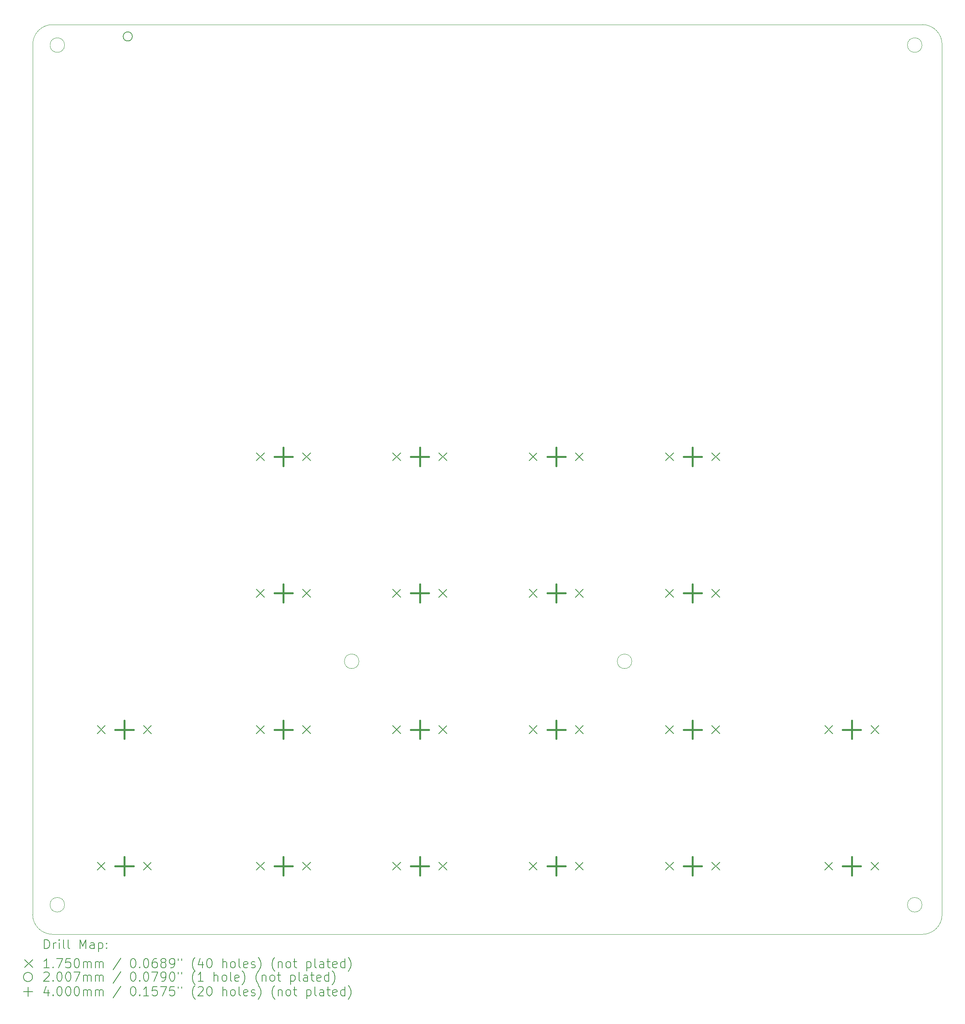
<source format=gbr>
%TF.GenerationSoftware,KiCad,Pcbnew,8.0.5*%
%TF.CreationDate,2024-10-23T12:55:36-04:00*%
%TF.ProjectId,FULL BOARD,46554c4c-2042-44f4-9152-442e6b696361,rev?*%
%TF.SameCoordinates,Original*%
%TF.FileFunction,Drillmap*%
%TF.FilePolarity,Positive*%
%FSLAX45Y45*%
G04 Gerber Fmt 4.5, Leading zero omitted, Abs format (unit mm)*
G04 Created by KiCad (PCBNEW 8.0.5) date 2024-10-23 12:55:36*
%MOMM*%
%LPD*%
G01*
G04 APERTURE LIST*
%ADD10C,0.050000*%
%ADD11C,0.200000*%
%ADD12C,0.175000*%
%ADD13C,0.200660*%
%ADD14C,0.400000*%
G04 APERTURE END LIST*
D10*
X6860746Y-4877057D02*
G75*
G02*
X7293076Y-4450029I434575J-7608D01*
G01*
X26434207Y-4449498D02*
G75*
G02*
X26861242Y-4881828I-7608J-434582D01*
G01*
X7285000Y-24447983D02*
G75*
G02*
X6857976Y-24015653I7610J434573D01*
G01*
X20037160Y-18448140D02*
G75*
G02*
X19717160Y-18448140I-160000J0D01*
G01*
X19717160Y-18448140D02*
G75*
G02*
X20037160Y-18448140I160000J0D01*
G01*
X26420000Y-4900000D02*
G75*
G02*
X26100000Y-4900000I-160000J0D01*
G01*
X26100000Y-4900000D02*
G75*
G02*
X26420000Y-4900000I160000J0D01*
G01*
X6857971Y-24015653D02*
X6860746Y-4877057D01*
X7560000Y-23800000D02*
G75*
G02*
X7240000Y-23800000I-160000J0D01*
G01*
X7240000Y-23800000D02*
G75*
G02*
X7560000Y-23800000I160000J0D01*
G01*
X26861236Y-24023268D02*
G75*
G02*
X26428906Y-24450297I-434576J7608D01*
G01*
X26861236Y-4881828D02*
X26861236Y-24023268D01*
X7293076Y-4450028D02*
X26434207Y-4449498D01*
X26428906Y-24450297D02*
X7285000Y-24447983D01*
X26420000Y-23800000D02*
G75*
G02*
X26100000Y-23800000I-160000J0D01*
G01*
X26100000Y-23800000D02*
G75*
G02*
X26420000Y-23800000I160000J0D01*
G01*
X7560000Y-4900000D02*
G75*
G02*
X7240000Y-4900000I-160000J0D01*
G01*
X7240000Y-4900000D02*
G75*
G02*
X7560000Y-4900000I160000J0D01*
G01*
X14035160Y-18447140D02*
G75*
G02*
X13715160Y-18447140I-160000J0D01*
G01*
X13715160Y-18447140D02*
G75*
G02*
X14035160Y-18447140I160000J0D01*
G01*
D11*
D12*
X8279900Y-19861640D02*
X8454900Y-20036640D01*
X8454900Y-19861640D02*
X8279900Y-20036640D01*
X8279900Y-22861640D02*
X8454900Y-23036640D01*
X8454900Y-22861640D02*
X8279900Y-23036640D01*
X9295900Y-19861640D02*
X9470900Y-20036640D01*
X9470900Y-19861640D02*
X9295900Y-20036640D01*
X9295900Y-22861640D02*
X9470900Y-23036640D01*
X9470900Y-22861640D02*
X9295900Y-23036640D01*
X11779900Y-13861640D02*
X11954900Y-14036640D01*
X11954900Y-13861640D02*
X11779900Y-14036640D01*
X11779900Y-16861640D02*
X11954900Y-17036640D01*
X11954900Y-16861640D02*
X11779900Y-17036640D01*
X11779900Y-19861640D02*
X11954900Y-20036640D01*
X11954900Y-19861640D02*
X11779900Y-20036640D01*
X11779900Y-22861640D02*
X11954900Y-23036640D01*
X11954900Y-22861640D02*
X11779900Y-23036640D01*
X12795900Y-13861640D02*
X12970900Y-14036640D01*
X12970900Y-13861640D02*
X12795900Y-14036640D01*
X12795900Y-16861640D02*
X12970900Y-17036640D01*
X12970900Y-16861640D02*
X12795900Y-17036640D01*
X12795900Y-19861640D02*
X12970900Y-20036640D01*
X12970900Y-19861640D02*
X12795900Y-20036640D01*
X12795900Y-22861640D02*
X12970900Y-23036640D01*
X12970900Y-22861640D02*
X12795900Y-23036640D01*
X14779900Y-13861640D02*
X14954900Y-14036640D01*
X14954900Y-13861640D02*
X14779900Y-14036640D01*
X14779900Y-16861640D02*
X14954900Y-17036640D01*
X14954900Y-16861640D02*
X14779900Y-17036640D01*
X14779900Y-19861640D02*
X14954900Y-20036640D01*
X14954900Y-19861640D02*
X14779900Y-20036640D01*
X14779900Y-22861640D02*
X14954900Y-23036640D01*
X14954900Y-22861640D02*
X14779900Y-23036640D01*
X15795900Y-13861640D02*
X15970900Y-14036640D01*
X15970900Y-13861640D02*
X15795900Y-14036640D01*
X15795900Y-16861640D02*
X15970900Y-17036640D01*
X15970900Y-16861640D02*
X15795900Y-17036640D01*
X15795900Y-19861640D02*
X15970900Y-20036640D01*
X15970900Y-19861640D02*
X15795900Y-20036640D01*
X15795900Y-22861640D02*
X15970900Y-23036640D01*
X15970900Y-22861640D02*
X15795900Y-23036640D01*
X17779900Y-13861640D02*
X17954900Y-14036640D01*
X17954900Y-13861640D02*
X17779900Y-14036640D01*
X17779900Y-16861640D02*
X17954900Y-17036640D01*
X17954900Y-16861640D02*
X17779900Y-17036640D01*
X17779900Y-19861640D02*
X17954900Y-20036640D01*
X17954900Y-19861640D02*
X17779900Y-20036640D01*
X17779900Y-22861640D02*
X17954900Y-23036640D01*
X17954900Y-22861640D02*
X17779900Y-23036640D01*
X18795900Y-13861640D02*
X18970900Y-14036640D01*
X18970900Y-13861640D02*
X18795900Y-14036640D01*
X18795900Y-16861640D02*
X18970900Y-17036640D01*
X18970900Y-16861640D02*
X18795900Y-17036640D01*
X18795900Y-19861640D02*
X18970900Y-20036640D01*
X18970900Y-19861640D02*
X18795900Y-20036640D01*
X18795900Y-22861640D02*
X18970900Y-23036640D01*
X18970900Y-22861640D02*
X18795900Y-23036640D01*
X20779900Y-13861640D02*
X20954900Y-14036640D01*
X20954900Y-13861640D02*
X20779900Y-14036640D01*
X20779900Y-16861640D02*
X20954900Y-17036640D01*
X20954900Y-16861640D02*
X20779900Y-17036640D01*
X20779900Y-19861640D02*
X20954900Y-20036640D01*
X20954900Y-19861640D02*
X20779900Y-20036640D01*
X20779900Y-22861640D02*
X20954900Y-23036640D01*
X20954900Y-22861640D02*
X20779900Y-23036640D01*
X21795900Y-13861640D02*
X21970900Y-14036640D01*
X21970900Y-13861640D02*
X21795900Y-14036640D01*
X21795900Y-16861640D02*
X21970900Y-17036640D01*
X21970900Y-16861640D02*
X21795900Y-17036640D01*
X21795900Y-19861640D02*
X21970900Y-20036640D01*
X21970900Y-19861640D02*
X21795900Y-20036640D01*
X21795900Y-22861640D02*
X21970900Y-23036640D01*
X21970900Y-22861640D02*
X21795900Y-23036640D01*
X24279900Y-19861640D02*
X24454900Y-20036640D01*
X24454900Y-19861640D02*
X24279900Y-20036640D01*
X24279900Y-22861640D02*
X24454900Y-23036640D01*
X24454900Y-22861640D02*
X24279900Y-23036640D01*
X25295900Y-19861640D02*
X25470900Y-20036640D01*
X25470900Y-19861640D02*
X25295900Y-20036640D01*
X25295900Y-22861640D02*
X25470900Y-23036640D01*
X25470900Y-22861640D02*
X25295900Y-23036640D01*
D13*
X9050330Y-4710000D02*
G75*
G02*
X8849670Y-4710000I-100330J0D01*
G01*
X8849670Y-4710000D02*
G75*
G02*
X9050330Y-4710000I100330J0D01*
G01*
D14*
X8875400Y-19749140D02*
X8875400Y-20149140D01*
X8675400Y-19949140D02*
X9075400Y-19949140D01*
X8875400Y-22749140D02*
X8875400Y-23149140D01*
X8675400Y-22949140D02*
X9075400Y-22949140D01*
X12375400Y-13749140D02*
X12375400Y-14149140D01*
X12175400Y-13949140D02*
X12575400Y-13949140D01*
X12375400Y-16749140D02*
X12375400Y-17149140D01*
X12175400Y-16949140D02*
X12575400Y-16949140D01*
X12375400Y-19749140D02*
X12375400Y-20149140D01*
X12175400Y-19949140D02*
X12575400Y-19949140D01*
X12375400Y-22749140D02*
X12375400Y-23149140D01*
X12175400Y-22949140D02*
X12575400Y-22949140D01*
X15375400Y-13749140D02*
X15375400Y-14149140D01*
X15175400Y-13949140D02*
X15575400Y-13949140D01*
X15375400Y-16749140D02*
X15375400Y-17149140D01*
X15175400Y-16949140D02*
X15575400Y-16949140D01*
X15375400Y-19749140D02*
X15375400Y-20149140D01*
X15175400Y-19949140D02*
X15575400Y-19949140D01*
X15375400Y-22749140D02*
X15375400Y-23149140D01*
X15175400Y-22949140D02*
X15575400Y-22949140D01*
X18375400Y-13749140D02*
X18375400Y-14149140D01*
X18175400Y-13949140D02*
X18575400Y-13949140D01*
X18375400Y-16749140D02*
X18375400Y-17149140D01*
X18175400Y-16949140D02*
X18575400Y-16949140D01*
X18375400Y-19749140D02*
X18375400Y-20149140D01*
X18175400Y-19949140D02*
X18575400Y-19949140D01*
X18375400Y-22749140D02*
X18375400Y-23149140D01*
X18175400Y-22949140D02*
X18575400Y-22949140D01*
X21375400Y-13749140D02*
X21375400Y-14149140D01*
X21175400Y-13949140D02*
X21575400Y-13949140D01*
X21375400Y-16749140D02*
X21375400Y-17149140D01*
X21175400Y-16949140D02*
X21575400Y-16949140D01*
X21375400Y-19749140D02*
X21375400Y-20149140D01*
X21175400Y-19949140D02*
X21575400Y-19949140D01*
X21375400Y-22749140D02*
X21375400Y-23149140D01*
X21175400Y-22949140D02*
X21575400Y-22949140D01*
X24875400Y-19749140D02*
X24875400Y-20149140D01*
X24675400Y-19949140D02*
X25075400Y-19949140D01*
X24875400Y-22749140D02*
X24875400Y-23149140D01*
X24675400Y-22949140D02*
X25075400Y-22949140D01*
D11*
X7116248Y-24764281D02*
X7116248Y-24564281D01*
X7116248Y-24564281D02*
X7163867Y-24564281D01*
X7163867Y-24564281D02*
X7192439Y-24573805D01*
X7192439Y-24573805D02*
X7211486Y-24592852D01*
X7211486Y-24592852D02*
X7221010Y-24611900D01*
X7221010Y-24611900D02*
X7230534Y-24649995D01*
X7230534Y-24649995D02*
X7230534Y-24678566D01*
X7230534Y-24678566D02*
X7221010Y-24716662D01*
X7221010Y-24716662D02*
X7211486Y-24735709D01*
X7211486Y-24735709D02*
X7192439Y-24754757D01*
X7192439Y-24754757D02*
X7163867Y-24764281D01*
X7163867Y-24764281D02*
X7116248Y-24764281D01*
X7316248Y-24764281D02*
X7316248Y-24630947D01*
X7316248Y-24669043D02*
X7325772Y-24649995D01*
X7325772Y-24649995D02*
X7335296Y-24640471D01*
X7335296Y-24640471D02*
X7354343Y-24630947D01*
X7354343Y-24630947D02*
X7373391Y-24630947D01*
X7440058Y-24764281D02*
X7440058Y-24630947D01*
X7440058Y-24564281D02*
X7430534Y-24573805D01*
X7430534Y-24573805D02*
X7440058Y-24583328D01*
X7440058Y-24583328D02*
X7449581Y-24573805D01*
X7449581Y-24573805D02*
X7440058Y-24564281D01*
X7440058Y-24564281D02*
X7440058Y-24583328D01*
X7563867Y-24764281D02*
X7544820Y-24754757D01*
X7544820Y-24754757D02*
X7535296Y-24735709D01*
X7535296Y-24735709D02*
X7535296Y-24564281D01*
X7668629Y-24764281D02*
X7649581Y-24754757D01*
X7649581Y-24754757D02*
X7640058Y-24735709D01*
X7640058Y-24735709D02*
X7640058Y-24564281D01*
X7897201Y-24764281D02*
X7897201Y-24564281D01*
X7897201Y-24564281D02*
X7963867Y-24707138D01*
X7963867Y-24707138D02*
X8030534Y-24564281D01*
X8030534Y-24564281D02*
X8030534Y-24764281D01*
X8211486Y-24764281D02*
X8211486Y-24659519D01*
X8211486Y-24659519D02*
X8201962Y-24640471D01*
X8201962Y-24640471D02*
X8182915Y-24630947D01*
X8182915Y-24630947D02*
X8144820Y-24630947D01*
X8144820Y-24630947D02*
X8125772Y-24640471D01*
X8211486Y-24754757D02*
X8192439Y-24764281D01*
X8192439Y-24764281D02*
X8144820Y-24764281D01*
X8144820Y-24764281D02*
X8125772Y-24754757D01*
X8125772Y-24754757D02*
X8116248Y-24735709D01*
X8116248Y-24735709D02*
X8116248Y-24716662D01*
X8116248Y-24716662D02*
X8125772Y-24697614D01*
X8125772Y-24697614D02*
X8144820Y-24688090D01*
X8144820Y-24688090D02*
X8192439Y-24688090D01*
X8192439Y-24688090D02*
X8211486Y-24678566D01*
X8306724Y-24630947D02*
X8306724Y-24830947D01*
X8306724Y-24640471D02*
X8325772Y-24630947D01*
X8325772Y-24630947D02*
X8363867Y-24630947D01*
X8363867Y-24630947D02*
X8382915Y-24640471D01*
X8382915Y-24640471D02*
X8392439Y-24649995D01*
X8392439Y-24649995D02*
X8401963Y-24669043D01*
X8401963Y-24669043D02*
X8401963Y-24726185D01*
X8401963Y-24726185D02*
X8392439Y-24745233D01*
X8392439Y-24745233D02*
X8382915Y-24754757D01*
X8382915Y-24754757D02*
X8363867Y-24764281D01*
X8363867Y-24764281D02*
X8325772Y-24764281D01*
X8325772Y-24764281D02*
X8306724Y-24754757D01*
X8487677Y-24745233D02*
X8497201Y-24754757D01*
X8497201Y-24754757D02*
X8487677Y-24764281D01*
X8487677Y-24764281D02*
X8478153Y-24754757D01*
X8478153Y-24754757D02*
X8487677Y-24745233D01*
X8487677Y-24745233D02*
X8487677Y-24764281D01*
X8487677Y-24640471D02*
X8497201Y-24649995D01*
X8497201Y-24649995D02*
X8487677Y-24659519D01*
X8487677Y-24659519D02*
X8478153Y-24649995D01*
X8478153Y-24649995D02*
X8487677Y-24640471D01*
X8487677Y-24640471D02*
X8487677Y-24659519D01*
D12*
X6680471Y-25005297D02*
X6855471Y-25180297D01*
X6855471Y-25005297D02*
X6680471Y-25180297D01*
D11*
X7221010Y-25184281D02*
X7106724Y-25184281D01*
X7163867Y-25184281D02*
X7163867Y-24984281D01*
X7163867Y-24984281D02*
X7144820Y-25012852D01*
X7144820Y-25012852D02*
X7125772Y-25031900D01*
X7125772Y-25031900D02*
X7106724Y-25041424D01*
X7306724Y-25165233D02*
X7316248Y-25174757D01*
X7316248Y-25174757D02*
X7306724Y-25184281D01*
X7306724Y-25184281D02*
X7297201Y-25174757D01*
X7297201Y-25174757D02*
X7306724Y-25165233D01*
X7306724Y-25165233D02*
X7306724Y-25184281D01*
X7382915Y-24984281D02*
X7516248Y-24984281D01*
X7516248Y-24984281D02*
X7430534Y-25184281D01*
X7687677Y-24984281D02*
X7592439Y-24984281D01*
X7592439Y-24984281D02*
X7582915Y-25079519D01*
X7582915Y-25079519D02*
X7592439Y-25069995D01*
X7592439Y-25069995D02*
X7611486Y-25060471D01*
X7611486Y-25060471D02*
X7659105Y-25060471D01*
X7659105Y-25060471D02*
X7678153Y-25069995D01*
X7678153Y-25069995D02*
X7687677Y-25079519D01*
X7687677Y-25079519D02*
X7697201Y-25098566D01*
X7697201Y-25098566D02*
X7697201Y-25146185D01*
X7697201Y-25146185D02*
X7687677Y-25165233D01*
X7687677Y-25165233D02*
X7678153Y-25174757D01*
X7678153Y-25174757D02*
X7659105Y-25184281D01*
X7659105Y-25184281D02*
X7611486Y-25184281D01*
X7611486Y-25184281D02*
X7592439Y-25174757D01*
X7592439Y-25174757D02*
X7582915Y-25165233D01*
X7821010Y-24984281D02*
X7840058Y-24984281D01*
X7840058Y-24984281D02*
X7859105Y-24993805D01*
X7859105Y-24993805D02*
X7868629Y-25003328D01*
X7868629Y-25003328D02*
X7878153Y-25022376D01*
X7878153Y-25022376D02*
X7887677Y-25060471D01*
X7887677Y-25060471D02*
X7887677Y-25108090D01*
X7887677Y-25108090D02*
X7878153Y-25146185D01*
X7878153Y-25146185D02*
X7868629Y-25165233D01*
X7868629Y-25165233D02*
X7859105Y-25174757D01*
X7859105Y-25174757D02*
X7840058Y-25184281D01*
X7840058Y-25184281D02*
X7821010Y-25184281D01*
X7821010Y-25184281D02*
X7801962Y-25174757D01*
X7801962Y-25174757D02*
X7792439Y-25165233D01*
X7792439Y-25165233D02*
X7782915Y-25146185D01*
X7782915Y-25146185D02*
X7773391Y-25108090D01*
X7773391Y-25108090D02*
X7773391Y-25060471D01*
X7773391Y-25060471D02*
X7782915Y-25022376D01*
X7782915Y-25022376D02*
X7792439Y-25003328D01*
X7792439Y-25003328D02*
X7801962Y-24993805D01*
X7801962Y-24993805D02*
X7821010Y-24984281D01*
X7973391Y-25184281D02*
X7973391Y-25050947D01*
X7973391Y-25069995D02*
X7982915Y-25060471D01*
X7982915Y-25060471D02*
X8001962Y-25050947D01*
X8001962Y-25050947D02*
X8030534Y-25050947D01*
X8030534Y-25050947D02*
X8049582Y-25060471D01*
X8049582Y-25060471D02*
X8059105Y-25079519D01*
X8059105Y-25079519D02*
X8059105Y-25184281D01*
X8059105Y-25079519D02*
X8068629Y-25060471D01*
X8068629Y-25060471D02*
X8087677Y-25050947D01*
X8087677Y-25050947D02*
X8116248Y-25050947D01*
X8116248Y-25050947D02*
X8135296Y-25060471D01*
X8135296Y-25060471D02*
X8144820Y-25079519D01*
X8144820Y-25079519D02*
X8144820Y-25184281D01*
X8240058Y-25184281D02*
X8240058Y-25050947D01*
X8240058Y-25069995D02*
X8249582Y-25060471D01*
X8249582Y-25060471D02*
X8268629Y-25050947D01*
X8268629Y-25050947D02*
X8297201Y-25050947D01*
X8297201Y-25050947D02*
X8316248Y-25060471D01*
X8316248Y-25060471D02*
X8325772Y-25079519D01*
X8325772Y-25079519D02*
X8325772Y-25184281D01*
X8325772Y-25079519D02*
X8335296Y-25060471D01*
X8335296Y-25060471D02*
X8354343Y-25050947D01*
X8354343Y-25050947D02*
X8382915Y-25050947D01*
X8382915Y-25050947D02*
X8401963Y-25060471D01*
X8401963Y-25060471D02*
X8411486Y-25079519D01*
X8411486Y-25079519D02*
X8411486Y-25184281D01*
X8801963Y-24974757D02*
X8630534Y-25231900D01*
X9059106Y-24984281D02*
X9078153Y-24984281D01*
X9078153Y-24984281D02*
X9097201Y-24993805D01*
X9097201Y-24993805D02*
X9106725Y-25003328D01*
X9106725Y-25003328D02*
X9116248Y-25022376D01*
X9116248Y-25022376D02*
X9125772Y-25060471D01*
X9125772Y-25060471D02*
X9125772Y-25108090D01*
X9125772Y-25108090D02*
X9116248Y-25146185D01*
X9116248Y-25146185D02*
X9106725Y-25165233D01*
X9106725Y-25165233D02*
X9097201Y-25174757D01*
X9097201Y-25174757D02*
X9078153Y-25184281D01*
X9078153Y-25184281D02*
X9059106Y-25184281D01*
X9059106Y-25184281D02*
X9040058Y-25174757D01*
X9040058Y-25174757D02*
X9030534Y-25165233D01*
X9030534Y-25165233D02*
X9021010Y-25146185D01*
X9021010Y-25146185D02*
X9011487Y-25108090D01*
X9011487Y-25108090D02*
X9011487Y-25060471D01*
X9011487Y-25060471D02*
X9021010Y-25022376D01*
X9021010Y-25022376D02*
X9030534Y-25003328D01*
X9030534Y-25003328D02*
X9040058Y-24993805D01*
X9040058Y-24993805D02*
X9059106Y-24984281D01*
X9211487Y-25165233D02*
X9221010Y-25174757D01*
X9221010Y-25174757D02*
X9211487Y-25184281D01*
X9211487Y-25184281D02*
X9201963Y-25174757D01*
X9201963Y-25174757D02*
X9211487Y-25165233D01*
X9211487Y-25165233D02*
X9211487Y-25184281D01*
X9344820Y-24984281D02*
X9363868Y-24984281D01*
X9363868Y-24984281D02*
X9382915Y-24993805D01*
X9382915Y-24993805D02*
X9392439Y-25003328D01*
X9392439Y-25003328D02*
X9401963Y-25022376D01*
X9401963Y-25022376D02*
X9411487Y-25060471D01*
X9411487Y-25060471D02*
X9411487Y-25108090D01*
X9411487Y-25108090D02*
X9401963Y-25146185D01*
X9401963Y-25146185D02*
X9392439Y-25165233D01*
X9392439Y-25165233D02*
X9382915Y-25174757D01*
X9382915Y-25174757D02*
X9363868Y-25184281D01*
X9363868Y-25184281D02*
X9344820Y-25184281D01*
X9344820Y-25184281D02*
X9325772Y-25174757D01*
X9325772Y-25174757D02*
X9316248Y-25165233D01*
X9316248Y-25165233D02*
X9306725Y-25146185D01*
X9306725Y-25146185D02*
X9297201Y-25108090D01*
X9297201Y-25108090D02*
X9297201Y-25060471D01*
X9297201Y-25060471D02*
X9306725Y-25022376D01*
X9306725Y-25022376D02*
X9316248Y-25003328D01*
X9316248Y-25003328D02*
X9325772Y-24993805D01*
X9325772Y-24993805D02*
X9344820Y-24984281D01*
X9582915Y-24984281D02*
X9544820Y-24984281D01*
X9544820Y-24984281D02*
X9525772Y-24993805D01*
X9525772Y-24993805D02*
X9516248Y-25003328D01*
X9516248Y-25003328D02*
X9497201Y-25031900D01*
X9497201Y-25031900D02*
X9487677Y-25069995D01*
X9487677Y-25069995D02*
X9487677Y-25146185D01*
X9487677Y-25146185D02*
X9497201Y-25165233D01*
X9497201Y-25165233D02*
X9506725Y-25174757D01*
X9506725Y-25174757D02*
X9525772Y-25184281D01*
X9525772Y-25184281D02*
X9563868Y-25184281D01*
X9563868Y-25184281D02*
X9582915Y-25174757D01*
X9582915Y-25174757D02*
X9592439Y-25165233D01*
X9592439Y-25165233D02*
X9601963Y-25146185D01*
X9601963Y-25146185D02*
X9601963Y-25098566D01*
X9601963Y-25098566D02*
X9592439Y-25079519D01*
X9592439Y-25079519D02*
X9582915Y-25069995D01*
X9582915Y-25069995D02*
X9563868Y-25060471D01*
X9563868Y-25060471D02*
X9525772Y-25060471D01*
X9525772Y-25060471D02*
X9506725Y-25069995D01*
X9506725Y-25069995D02*
X9497201Y-25079519D01*
X9497201Y-25079519D02*
X9487677Y-25098566D01*
X9716248Y-25069995D02*
X9697201Y-25060471D01*
X9697201Y-25060471D02*
X9687677Y-25050947D01*
X9687677Y-25050947D02*
X9678153Y-25031900D01*
X9678153Y-25031900D02*
X9678153Y-25022376D01*
X9678153Y-25022376D02*
X9687677Y-25003328D01*
X9687677Y-25003328D02*
X9697201Y-24993805D01*
X9697201Y-24993805D02*
X9716248Y-24984281D01*
X9716248Y-24984281D02*
X9754344Y-24984281D01*
X9754344Y-24984281D02*
X9773391Y-24993805D01*
X9773391Y-24993805D02*
X9782915Y-25003328D01*
X9782915Y-25003328D02*
X9792439Y-25022376D01*
X9792439Y-25022376D02*
X9792439Y-25031900D01*
X9792439Y-25031900D02*
X9782915Y-25050947D01*
X9782915Y-25050947D02*
X9773391Y-25060471D01*
X9773391Y-25060471D02*
X9754344Y-25069995D01*
X9754344Y-25069995D02*
X9716248Y-25069995D01*
X9716248Y-25069995D02*
X9697201Y-25079519D01*
X9697201Y-25079519D02*
X9687677Y-25089043D01*
X9687677Y-25089043D02*
X9678153Y-25108090D01*
X9678153Y-25108090D02*
X9678153Y-25146185D01*
X9678153Y-25146185D02*
X9687677Y-25165233D01*
X9687677Y-25165233D02*
X9697201Y-25174757D01*
X9697201Y-25174757D02*
X9716248Y-25184281D01*
X9716248Y-25184281D02*
X9754344Y-25184281D01*
X9754344Y-25184281D02*
X9773391Y-25174757D01*
X9773391Y-25174757D02*
X9782915Y-25165233D01*
X9782915Y-25165233D02*
X9792439Y-25146185D01*
X9792439Y-25146185D02*
X9792439Y-25108090D01*
X9792439Y-25108090D02*
X9782915Y-25089043D01*
X9782915Y-25089043D02*
X9773391Y-25079519D01*
X9773391Y-25079519D02*
X9754344Y-25069995D01*
X9887677Y-25184281D02*
X9925772Y-25184281D01*
X9925772Y-25184281D02*
X9944820Y-25174757D01*
X9944820Y-25174757D02*
X9954344Y-25165233D01*
X9954344Y-25165233D02*
X9973391Y-25136662D01*
X9973391Y-25136662D02*
X9982915Y-25098566D01*
X9982915Y-25098566D02*
X9982915Y-25022376D01*
X9982915Y-25022376D02*
X9973391Y-25003328D01*
X9973391Y-25003328D02*
X9963868Y-24993805D01*
X9963868Y-24993805D02*
X9944820Y-24984281D01*
X9944820Y-24984281D02*
X9906725Y-24984281D01*
X9906725Y-24984281D02*
X9887677Y-24993805D01*
X9887677Y-24993805D02*
X9878153Y-25003328D01*
X9878153Y-25003328D02*
X9868629Y-25022376D01*
X9868629Y-25022376D02*
X9868629Y-25069995D01*
X9868629Y-25069995D02*
X9878153Y-25089043D01*
X9878153Y-25089043D02*
X9887677Y-25098566D01*
X9887677Y-25098566D02*
X9906725Y-25108090D01*
X9906725Y-25108090D02*
X9944820Y-25108090D01*
X9944820Y-25108090D02*
X9963868Y-25098566D01*
X9963868Y-25098566D02*
X9973391Y-25089043D01*
X9973391Y-25089043D02*
X9982915Y-25069995D01*
X10059106Y-24984281D02*
X10059106Y-25022376D01*
X10135296Y-24984281D02*
X10135296Y-25022376D01*
X10430534Y-25260471D02*
X10421010Y-25250947D01*
X10421010Y-25250947D02*
X10401963Y-25222376D01*
X10401963Y-25222376D02*
X10392439Y-25203328D01*
X10392439Y-25203328D02*
X10382915Y-25174757D01*
X10382915Y-25174757D02*
X10373391Y-25127138D01*
X10373391Y-25127138D02*
X10373391Y-25089043D01*
X10373391Y-25089043D02*
X10382915Y-25041424D01*
X10382915Y-25041424D02*
X10392439Y-25012852D01*
X10392439Y-25012852D02*
X10401963Y-24993805D01*
X10401963Y-24993805D02*
X10421010Y-24965233D01*
X10421010Y-24965233D02*
X10430534Y-24955709D01*
X10592439Y-25050947D02*
X10592439Y-25184281D01*
X10544820Y-24974757D02*
X10497201Y-25117614D01*
X10497201Y-25117614D02*
X10621010Y-25117614D01*
X10735296Y-24984281D02*
X10754344Y-24984281D01*
X10754344Y-24984281D02*
X10773391Y-24993805D01*
X10773391Y-24993805D02*
X10782915Y-25003328D01*
X10782915Y-25003328D02*
X10792439Y-25022376D01*
X10792439Y-25022376D02*
X10801963Y-25060471D01*
X10801963Y-25060471D02*
X10801963Y-25108090D01*
X10801963Y-25108090D02*
X10792439Y-25146185D01*
X10792439Y-25146185D02*
X10782915Y-25165233D01*
X10782915Y-25165233D02*
X10773391Y-25174757D01*
X10773391Y-25174757D02*
X10754344Y-25184281D01*
X10754344Y-25184281D02*
X10735296Y-25184281D01*
X10735296Y-25184281D02*
X10716249Y-25174757D01*
X10716249Y-25174757D02*
X10706725Y-25165233D01*
X10706725Y-25165233D02*
X10697201Y-25146185D01*
X10697201Y-25146185D02*
X10687677Y-25108090D01*
X10687677Y-25108090D02*
X10687677Y-25060471D01*
X10687677Y-25060471D02*
X10697201Y-25022376D01*
X10697201Y-25022376D02*
X10706725Y-25003328D01*
X10706725Y-25003328D02*
X10716249Y-24993805D01*
X10716249Y-24993805D02*
X10735296Y-24984281D01*
X11040058Y-25184281D02*
X11040058Y-24984281D01*
X11125772Y-25184281D02*
X11125772Y-25079519D01*
X11125772Y-25079519D02*
X11116249Y-25060471D01*
X11116249Y-25060471D02*
X11097201Y-25050947D01*
X11097201Y-25050947D02*
X11068630Y-25050947D01*
X11068630Y-25050947D02*
X11049582Y-25060471D01*
X11049582Y-25060471D02*
X11040058Y-25069995D01*
X11249582Y-25184281D02*
X11230534Y-25174757D01*
X11230534Y-25174757D02*
X11221010Y-25165233D01*
X11221010Y-25165233D02*
X11211487Y-25146185D01*
X11211487Y-25146185D02*
X11211487Y-25089043D01*
X11211487Y-25089043D02*
X11221010Y-25069995D01*
X11221010Y-25069995D02*
X11230534Y-25060471D01*
X11230534Y-25060471D02*
X11249582Y-25050947D01*
X11249582Y-25050947D02*
X11278153Y-25050947D01*
X11278153Y-25050947D02*
X11297201Y-25060471D01*
X11297201Y-25060471D02*
X11306725Y-25069995D01*
X11306725Y-25069995D02*
X11316249Y-25089043D01*
X11316249Y-25089043D02*
X11316249Y-25146185D01*
X11316249Y-25146185D02*
X11306725Y-25165233D01*
X11306725Y-25165233D02*
X11297201Y-25174757D01*
X11297201Y-25174757D02*
X11278153Y-25184281D01*
X11278153Y-25184281D02*
X11249582Y-25184281D01*
X11430534Y-25184281D02*
X11411487Y-25174757D01*
X11411487Y-25174757D02*
X11401963Y-25155709D01*
X11401963Y-25155709D02*
X11401963Y-24984281D01*
X11582915Y-25174757D02*
X11563868Y-25184281D01*
X11563868Y-25184281D02*
X11525772Y-25184281D01*
X11525772Y-25184281D02*
X11506725Y-25174757D01*
X11506725Y-25174757D02*
X11497201Y-25155709D01*
X11497201Y-25155709D02*
X11497201Y-25079519D01*
X11497201Y-25079519D02*
X11506725Y-25060471D01*
X11506725Y-25060471D02*
X11525772Y-25050947D01*
X11525772Y-25050947D02*
X11563868Y-25050947D01*
X11563868Y-25050947D02*
X11582915Y-25060471D01*
X11582915Y-25060471D02*
X11592439Y-25079519D01*
X11592439Y-25079519D02*
X11592439Y-25098566D01*
X11592439Y-25098566D02*
X11497201Y-25117614D01*
X11668630Y-25174757D02*
X11687677Y-25184281D01*
X11687677Y-25184281D02*
X11725772Y-25184281D01*
X11725772Y-25184281D02*
X11744820Y-25174757D01*
X11744820Y-25174757D02*
X11754344Y-25155709D01*
X11754344Y-25155709D02*
X11754344Y-25146185D01*
X11754344Y-25146185D02*
X11744820Y-25127138D01*
X11744820Y-25127138D02*
X11725772Y-25117614D01*
X11725772Y-25117614D02*
X11697201Y-25117614D01*
X11697201Y-25117614D02*
X11678153Y-25108090D01*
X11678153Y-25108090D02*
X11668630Y-25089043D01*
X11668630Y-25089043D02*
X11668630Y-25079519D01*
X11668630Y-25079519D02*
X11678153Y-25060471D01*
X11678153Y-25060471D02*
X11697201Y-25050947D01*
X11697201Y-25050947D02*
X11725772Y-25050947D01*
X11725772Y-25050947D02*
X11744820Y-25060471D01*
X11821011Y-25260471D02*
X11830534Y-25250947D01*
X11830534Y-25250947D02*
X11849582Y-25222376D01*
X11849582Y-25222376D02*
X11859106Y-25203328D01*
X11859106Y-25203328D02*
X11868630Y-25174757D01*
X11868630Y-25174757D02*
X11878153Y-25127138D01*
X11878153Y-25127138D02*
X11878153Y-25089043D01*
X11878153Y-25089043D02*
X11868630Y-25041424D01*
X11868630Y-25041424D02*
X11859106Y-25012852D01*
X11859106Y-25012852D02*
X11849582Y-24993805D01*
X11849582Y-24993805D02*
X11830534Y-24965233D01*
X11830534Y-24965233D02*
X11821011Y-24955709D01*
X12182915Y-25260471D02*
X12173391Y-25250947D01*
X12173391Y-25250947D02*
X12154344Y-25222376D01*
X12154344Y-25222376D02*
X12144820Y-25203328D01*
X12144820Y-25203328D02*
X12135296Y-25174757D01*
X12135296Y-25174757D02*
X12125772Y-25127138D01*
X12125772Y-25127138D02*
X12125772Y-25089043D01*
X12125772Y-25089043D02*
X12135296Y-25041424D01*
X12135296Y-25041424D02*
X12144820Y-25012852D01*
X12144820Y-25012852D02*
X12154344Y-24993805D01*
X12154344Y-24993805D02*
X12173391Y-24965233D01*
X12173391Y-24965233D02*
X12182915Y-24955709D01*
X12259106Y-25050947D02*
X12259106Y-25184281D01*
X12259106Y-25069995D02*
X12268630Y-25060471D01*
X12268630Y-25060471D02*
X12287677Y-25050947D01*
X12287677Y-25050947D02*
X12316249Y-25050947D01*
X12316249Y-25050947D02*
X12335296Y-25060471D01*
X12335296Y-25060471D02*
X12344820Y-25079519D01*
X12344820Y-25079519D02*
X12344820Y-25184281D01*
X12468630Y-25184281D02*
X12449582Y-25174757D01*
X12449582Y-25174757D02*
X12440058Y-25165233D01*
X12440058Y-25165233D02*
X12430534Y-25146185D01*
X12430534Y-25146185D02*
X12430534Y-25089043D01*
X12430534Y-25089043D02*
X12440058Y-25069995D01*
X12440058Y-25069995D02*
X12449582Y-25060471D01*
X12449582Y-25060471D02*
X12468630Y-25050947D01*
X12468630Y-25050947D02*
X12497201Y-25050947D01*
X12497201Y-25050947D02*
X12516249Y-25060471D01*
X12516249Y-25060471D02*
X12525772Y-25069995D01*
X12525772Y-25069995D02*
X12535296Y-25089043D01*
X12535296Y-25089043D02*
X12535296Y-25146185D01*
X12535296Y-25146185D02*
X12525772Y-25165233D01*
X12525772Y-25165233D02*
X12516249Y-25174757D01*
X12516249Y-25174757D02*
X12497201Y-25184281D01*
X12497201Y-25184281D02*
X12468630Y-25184281D01*
X12592439Y-25050947D02*
X12668630Y-25050947D01*
X12621011Y-24984281D02*
X12621011Y-25155709D01*
X12621011Y-25155709D02*
X12630534Y-25174757D01*
X12630534Y-25174757D02*
X12649582Y-25184281D01*
X12649582Y-25184281D02*
X12668630Y-25184281D01*
X12887677Y-25050947D02*
X12887677Y-25250947D01*
X12887677Y-25060471D02*
X12906725Y-25050947D01*
X12906725Y-25050947D02*
X12944820Y-25050947D01*
X12944820Y-25050947D02*
X12963868Y-25060471D01*
X12963868Y-25060471D02*
X12973392Y-25069995D01*
X12973392Y-25069995D02*
X12982915Y-25089043D01*
X12982915Y-25089043D02*
X12982915Y-25146185D01*
X12982915Y-25146185D02*
X12973392Y-25165233D01*
X12973392Y-25165233D02*
X12963868Y-25174757D01*
X12963868Y-25174757D02*
X12944820Y-25184281D01*
X12944820Y-25184281D02*
X12906725Y-25184281D01*
X12906725Y-25184281D02*
X12887677Y-25174757D01*
X13097201Y-25184281D02*
X13078153Y-25174757D01*
X13078153Y-25174757D02*
X13068630Y-25155709D01*
X13068630Y-25155709D02*
X13068630Y-24984281D01*
X13259106Y-25184281D02*
X13259106Y-25079519D01*
X13259106Y-25079519D02*
X13249582Y-25060471D01*
X13249582Y-25060471D02*
X13230534Y-25050947D01*
X13230534Y-25050947D02*
X13192439Y-25050947D01*
X13192439Y-25050947D02*
X13173392Y-25060471D01*
X13259106Y-25174757D02*
X13240058Y-25184281D01*
X13240058Y-25184281D02*
X13192439Y-25184281D01*
X13192439Y-25184281D02*
X13173392Y-25174757D01*
X13173392Y-25174757D02*
X13163868Y-25155709D01*
X13163868Y-25155709D02*
X13163868Y-25136662D01*
X13163868Y-25136662D02*
X13173392Y-25117614D01*
X13173392Y-25117614D02*
X13192439Y-25108090D01*
X13192439Y-25108090D02*
X13240058Y-25108090D01*
X13240058Y-25108090D02*
X13259106Y-25098566D01*
X13325773Y-25050947D02*
X13401963Y-25050947D01*
X13354344Y-24984281D02*
X13354344Y-25155709D01*
X13354344Y-25155709D02*
X13363868Y-25174757D01*
X13363868Y-25174757D02*
X13382915Y-25184281D01*
X13382915Y-25184281D02*
X13401963Y-25184281D01*
X13544820Y-25174757D02*
X13525773Y-25184281D01*
X13525773Y-25184281D02*
X13487677Y-25184281D01*
X13487677Y-25184281D02*
X13468630Y-25174757D01*
X13468630Y-25174757D02*
X13459106Y-25155709D01*
X13459106Y-25155709D02*
X13459106Y-25079519D01*
X13459106Y-25079519D02*
X13468630Y-25060471D01*
X13468630Y-25060471D02*
X13487677Y-25050947D01*
X13487677Y-25050947D02*
X13525773Y-25050947D01*
X13525773Y-25050947D02*
X13544820Y-25060471D01*
X13544820Y-25060471D02*
X13554344Y-25079519D01*
X13554344Y-25079519D02*
X13554344Y-25098566D01*
X13554344Y-25098566D02*
X13459106Y-25117614D01*
X13725773Y-25184281D02*
X13725773Y-24984281D01*
X13725773Y-25174757D02*
X13706725Y-25184281D01*
X13706725Y-25184281D02*
X13668630Y-25184281D01*
X13668630Y-25184281D02*
X13649582Y-25174757D01*
X13649582Y-25174757D02*
X13640058Y-25165233D01*
X13640058Y-25165233D02*
X13630534Y-25146185D01*
X13630534Y-25146185D02*
X13630534Y-25089043D01*
X13630534Y-25089043D02*
X13640058Y-25069995D01*
X13640058Y-25069995D02*
X13649582Y-25060471D01*
X13649582Y-25060471D02*
X13668630Y-25050947D01*
X13668630Y-25050947D02*
X13706725Y-25050947D01*
X13706725Y-25050947D02*
X13725773Y-25060471D01*
X13801963Y-25260471D02*
X13811487Y-25250947D01*
X13811487Y-25250947D02*
X13830534Y-25222376D01*
X13830534Y-25222376D02*
X13840058Y-25203328D01*
X13840058Y-25203328D02*
X13849582Y-25174757D01*
X13849582Y-25174757D02*
X13859106Y-25127138D01*
X13859106Y-25127138D02*
X13859106Y-25089043D01*
X13859106Y-25089043D02*
X13849582Y-25041424D01*
X13849582Y-25041424D02*
X13840058Y-25012852D01*
X13840058Y-25012852D02*
X13830534Y-24993805D01*
X13830534Y-24993805D02*
X13811487Y-24965233D01*
X13811487Y-24965233D02*
X13801963Y-24955709D01*
X6855471Y-25387797D02*
G75*
G02*
X6655471Y-25387797I-100000J0D01*
G01*
X6655471Y-25387797D02*
G75*
G02*
X6855471Y-25387797I100000J0D01*
G01*
X7106724Y-25298328D02*
X7116248Y-25288805D01*
X7116248Y-25288805D02*
X7135296Y-25279281D01*
X7135296Y-25279281D02*
X7182915Y-25279281D01*
X7182915Y-25279281D02*
X7201962Y-25288805D01*
X7201962Y-25288805D02*
X7211486Y-25298328D01*
X7211486Y-25298328D02*
X7221010Y-25317376D01*
X7221010Y-25317376D02*
X7221010Y-25336424D01*
X7221010Y-25336424D02*
X7211486Y-25364995D01*
X7211486Y-25364995D02*
X7097201Y-25479281D01*
X7097201Y-25479281D02*
X7221010Y-25479281D01*
X7306724Y-25460233D02*
X7316248Y-25469757D01*
X7316248Y-25469757D02*
X7306724Y-25479281D01*
X7306724Y-25479281D02*
X7297201Y-25469757D01*
X7297201Y-25469757D02*
X7306724Y-25460233D01*
X7306724Y-25460233D02*
X7306724Y-25479281D01*
X7440058Y-25279281D02*
X7459105Y-25279281D01*
X7459105Y-25279281D02*
X7478153Y-25288805D01*
X7478153Y-25288805D02*
X7487677Y-25298328D01*
X7487677Y-25298328D02*
X7497201Y-25317376D01*
X7497201Y-25317376D02*
X7506724Y-25355471D01*
X7506724Y-25355471D02*
X7506724Y-25403090D01*
X7506724Y-25403090D02*
X7497201Y-25441185D01*
X7497201Y-25441185D02*
X7487677Y-25460233D01*
X7487677Y-25460233D02*
X7478153Y-25469757D01*
X7478153Y-25469757D02*
X7459105Y-25479281D01*
X7459105Y-25479281D02*
X7440058Y-25479281D01*
X7440058Y-25479281D02*
X7421010Y-25469757D01*
X7421010Y-25469757D02*
X7411486Y-25460233D01*
X7411486Y-25460233D02*
X7401962Y-25441185D01*
X7401962Y-25441185D02*
X7392439Y-25403090D01*
X7392439Y-25403090D02*
X7392439Y-25355471D01*
X7392439Y-25355471D02*
X7401962Y-25317376D01*
X7401962Y-25317376D02*
X7411486Y-25298328D01*
X7411486Y-25298328D02*
X7421010Y-25288805D01*
X7421010Y-25288805D02*
X7440058Y-25279281D01*
X7630534Y-25279281D02*
X7649582Y-25279281D01*
X7649582Y-25279281D02*
X7668629Y-25288805D01*
X7668629Y-25288805D02*
X7678153Y-25298328D01*
X7678153Y-25298328D02*
X7687677Y-25317376D01*
X7687677Y-25317376D02*
X7697201Y-25355471D01*
X7697201Y-25355471D02*
X7697201Y-25403090D01*
X7697201Y-25403090D02*
X7687677Y-25441185D01*
X7687677Y-25441185D02*
X7678153Y-25460233D01*
X7678153Y-25460233D02*
X7668629Y-25469757D01*
X7668629Y-25469757D02*
X7649582Y-25479281D01*
X7649582Y-25479281D02*
X7630534Y-25479281D01*
X7630534Y-25479281D02*
X7611486Y-25469757D01*
X7611486Y-25469757D02*
X7601962Y-25460233D01*
X7601962Y-25460233D02*
X7592439Y-25441185D01*
X7592439Y-25441185D02*
X7582915Y-25403090D01*
X7582915Y-25403090D02*
X7582915Y-25355471D01*
X7582915Y-25355471D02*
X7592439Y-25317376D01*
X7592439Y-25317376D02*
X7601962Y-25298328D01*
X7601962Y-25298328D02*
X7611486Y-25288805D01*
X7611486Y-25288805D02*
X7630534Y-25279281D01*
X7763867Y-25279281D02*
X7897201Y-25279281D01*
X7897201Y-25279281D02*
X7811486Y-25479281D01*
X7973391Y-25479281D02*
X7973391Y-25345947D01*
X7973391Y-25364995D02*
X7982915Y-25355471D01*
X7982915Y-25355471D02*
X8001962Y-25345947D01*
X8001962Y-25345947D02*
X8030534Y-25345947D01*
X8030534Y-25345947D02*
X8049582Y-25355471D01*
X8049582Y-25355471D02*
X8059105Y-25374519D01*
X8059105Y-25374519D02*
X8059105Y-25479281D01*
X8059105Y-25374519D02*
X8068629Y-25355471D01*
X8068629Y-25355471D02*
X8087677Y-25345947D01*
X8087677Y-25345947D02*
X8116248Y-25345947D01*
X8116248Y-25345947D02*
X8135296Y-25355471D01*
X8135296Y-25355471D02*
X8144820Y-25374519D01*
X8144820Y-25374519D02*
X8144820Y-25479281D01*
X8240058Y-25479281D02*
X8240058Y-25345947D01*
X8240058Y-25364995D02*
X8249582Y-25355471D01*
X8249582Y-25355471D02*
X8268629Y-25345947D01*
X8268629Y-25345947D02*
X8297201Y-25345947D01*
X8297201Y-25345947D02*
X8316248Y-25355471D01*
X8316248Y-25355471D02*
X8325772Y-25374519D01*
X8325772Y-25374519D02*
X8325772Y-25479281D01*
X8325772Y-25374519D02*
X8335296Y-25355471D01*
X8335296Y-25355471D02*
X8354343Y-25345947D01*
X8354343Y-25345947D02*
X8382915Y-25345947D01*
X8382915Y-25345947D02*
X8401963Y-25355471D01*
X8401963Y-25355471D02*
X8411486Y-25374519D01*
X8411486Y-25374519D02*
X8411486Y-25479281D01*
X8801963Y-25269757D02*
X8630534Y-25526900D01*
X9059106Y-25279281D02*
X9078153Y-25279281D01*
X9078153Y-25279281D02*
X9097201Y-25288805D01*
X9097201Y-25288805D02*
X9106725Y-25298328D01*
X9106725Y-25298328D02*
X9116248Y-25317376D01*
X9116248Y-25317376D02*
X9125772Y-25355471D01*
X9125772Y-25355471D02*
X9125772Y-25403090D01*
X9125772Y-25403090D02*
X9116248Y-25441185D01*
X9116248Y-25441185D02*
X9106725Y-25460233D01*
X9106725Y-25460233D02*
X9097201Y-25469757D01*
X9097201Y-25469757D02*
X9078153Y-25479281D01*
X9078153Y-25479281D02*
X9059106Y-25479281D01*
X9059106Y-25479281D02*
X9040058Y-25469757D01*
X9040058Y-25469757D02*
X9030534Y-25460233D01*
X9030534Y-25460233D02*
X9021010Y-25441185D01*
X9021010Y-25441185D02*
X9011487Y-25403090D01*
X9011487Y-25403090D02*
X9011487Y-25355471D01*
X9011487Y-25355471D02*
X9021010Y-25317376D01*
X9021010Y-25317376D02*
X9030534Y-25298328D01*
X9030534Y-25298328D02*
X9040058Y-25288805D01*
X9040058Y-25288805D02*
X9059106Y-25279281D01*
X9211487Y-25460233D02*
X9221010Y-25469757D01*
X9221010Y-25469757D02*
X9211487Y-25479281D01*
X9211487Y-25479281D02*
X9201963Y-25469757D01*
X9201963Y-25469757D02*
X9211487Y-25460233D01*
X9211487Y-25460233D02*
X9211487Y-25479281D01*
X9344820Y-25279281D02*
X9363868Y-25279281D01*
X9363868Y-25279281D02*
X9382915Y-25288805D01*
X9382915Y-25288805D02*
X9392439Y-25298328D01*
X9392439Y-25298328D02*
X9401963Y-25317376D01*
X9401963Y-25317376D02*
X9411487Y-25355471D01*
X9411487Y-25355471D02*
X9411487Y-25403090D01*
X9411487Y-25403090D02*
X9401963Y-25441185D01*
X9401963Y-25441185D02*
X9392439Y-25460233D01*
X9392439Y-25460233D02*
X9382915Y-25469757D01*
X9382915Y-25469757D02*
X9363868Y-25479281D01*
X9363868Y-25479281D02*
X9344820Y-25479281D01*
X9344820Y-25479281D02*
X9325772Y-25469757D01*
X9325772Y-25469757D02*
X9316248Y-25460233D01*
X9316248Y-25460233D02*
X9306725Y-25441185D01*
X9306725Y-25441185D02*
X9297201Y-25403090D01*
X9297201Y-25403090D02*
X9297201Y-25355471D01*
X9297201Y-25355471D02*
X9306725Y-25317376D01*
X9306725Y-25317376D02*
X9316248Y-25298328D01*
X9316248Y-25298328D02*
X9325772Y-25288805D01*
X9325772Y-25288805D02*
X9344820Y-25279281D01*
X9478153Y-25279281D02*
X9611487Y-25279281D01*
X9611487Y-25279281D02*
X9525772Y-25479281D01*
X9697201Y-25479281D02*
X9735296Y-25479281D01*
X9735296Y-25479281D02*
X9754344Y-25469757D01*
X9754344Y-25469757D02*
X9763868Y-25460233D01*
X9763868Y-25460233D02*
X9782915Y-25431662D01*
X9782915Y-25431662D02*
X9792439Y-25393566D01*
X9792439Y-25393566D02*
X9792439Y-25317376D01*
X9792439Y-25317376D02*
X9782915Y-25298328D01*
X9782915Y-25298328D02*
X9773391Y-25288805D01*
X9773391Y-25288805D02*
X9754344Y-25279281D01*
X9754344Y-25279281D02*
X9716248Y-25279281D01*
X9716248Y-25279281D02*
X9697201Y-25288805D01*
X9697201Y-25288805D02*
X9687677Y-25298328D01*
X9687677Y-25298328D02*
X9678153Y-25317376D01*
X9678153Y-25317376D02*
X9678153Y-25364995D01*
X9678153Y-25364995D02*
X9687677Y-25384043D01*
X9687677Y-25384043D02*
X9697201Y-25393566D01*
X9697201Y-25393566D02*
X9716248Y-25403090D01*
X9716248Y-25403090D02*
X9754344Y-25403090D01*
X9754344Y-25403090D02*
X9773391Y-25393566D01*
X9773391Y-25393566D02*
X9782915Y-25384043D01*
X9782915Y-25384043D02*
X9792439Y-25364995D01*
X9916248Y-25279281D02*
X9935296Y-25279281D01*
X9935296Y-25279281D02*
X9954344Y-25288805D01*
X9954344Y-25288805D02*
X9963868Y-25298328D01*
X9963868Y-25298328D02*
X9973391Y-25317376D01*
X9973391Y-25317376D02*
X9982915Y-25355471D01*
X9982915Y-25355471D02*
X9982915Y-25403090D01*
X9982915Y-25403090D02*
X9973391Y-25441185D01*
X9973391Y-25441185D02*
X9963868Y-25460233D01*
X9963868Y-25460233D02*
X9954344Y-25469757D01*
X9954344Y-25469757D02*
X9935296Y-25479281D01*
X9935296Y-25479281D02*
X9916248Y-25479281D01*
X9916248Y-25479281D02*
X9897201Y-25469757D01*
X9897201Y-25469757D02*
X9887677Y-25460233D01*
X9887677Y-25460233D02*
X9878153Y-25441185D01*
X9878153Y-25441185D02*
X9868629Y-25403090D01*
X9868629Y-25403090D02*
X9868629Y-25355471D01*
X9868629Y-25355471D02*
X9878153Y-25317376D01*
X9878153Y-25317376D02*
X9887677Y-25298328D01*
X9887677Y-25298328D02*
X9897201Y-25288805D01*
X9897201Y-25288805D02*
X9916248Y-25279281D01*
X10059106Y-25279281D02*
X10059106Y-25317376D01*
X10135296Y-25279281D02*
X10135296Y-25317376D01*
X10430534Y-25555471D02*
X10421010Y-25545947D01*
X10421010Y-25545947D02*
X10401963Y-25517376D01*
X10401963Y-25517376D02*
X10392439Y-25498328D01*
X10392439Y-25498328D02*
X10382915Y-25469757D01*
X10382915Y-25469757D02*
X10373391Y-25422138D01*
X10373391Y-25422138D02*
X10373391Y-25384043D01*
X10373391Y-25384043D02*
X10382915Y-25336424D01*
X10382915Y-25336424D02*
X10392439Y-25307852D01*
X10392439Y-25307852D02*
X10401963Y-25288805D01*
X10401963Y-25288805D02*
X10421010Y-25260233D01*
X10421010Y-25260233D02*
X10430534Y-25250709D01*
X10611487Y-25479281D02*
X10497201Y-25479281D01*
X10554344Y-25479281D02*
X10554344Y-25279281D01*
X10554344Y-25279281D02*
X10535296Y-25307852D01*
X10535296Y-25307852D02*
X10516249Y-25326900D01*
X10516249Y-25326900D02*
X10497201Y-25336424D01*
X10849582Y-25479281D02*
X10849582Y-25279281D01*
X10935296Y-25479281D02*
X10935296Y-25374519D01*
X10935296Y-25374519D02*
X10925772Y-25355471D01*
X10925772Y-25355471D02*
X10906725Y-25345947D01*
X10906725Y-25345947D02*
X10878153Y-25345947D01*
X10878153Y-25345947D02*
X10859106Y-25355471D01*
X10859106Y-25355471D02*
X10849582Y-25364995D01*
X11059106Y-25479281D02*
X11040058Y-25469757D01*
X11040058Y-25469757D02*
X11030534Y-25460233D01*
X11030534Y-25460233D02*
X11021011Y-25441185D01*
X11021011Y-25441185D02*
X11021011Y-25384043D01*
X11021011Y-25384043D02*
X11030534Y-25364995D01*
X11030534Y-25364995D02*
X11040058Y-25355471D01*
X11040058Y-25355471D02*
X11059106Y-25345947D01*
X11059106Y-25345947D02*
X11087677Y-25345947D01*
X11087677Y-25345947D02*
X11106725Y-25355471D01*
X11106725Y-25355471D02*
X11116249Y-25364995D01*
X11116249Y-25364995D02*
X11125772Y-25384043D01*
X11125772Y-25384043D02*
X11125772Y-25441185D01*
X11125772Y-25441185D02*
X11116249Y-25460233D01*
X11116249Y-25460233D02*
X11106725Y-25469757D01*
X11106725Y-25469757D02*
X11087677Y-25479281D01*
X11087677Y-25479281D02*
X11059106Y-25479281D01*
X11240058Y-25479281D02*
X11221010Y-25469757D01*
X11221010Y-25469757D02*
X11211487Y-25450709D01*
X11211487Y-25450709D02*
X11211487Y-25279281D01*
X11392439Y-25469757D02*
X11373391Y-25479281D01*
X11373391Y-25479281D02*
X11335296Y-25479281D01*
X11335296Y-25479281D02*
X11316249Y-25469757D01*
X11316249Y-25469757D02*
X11306725Y-25450709D01*
X11306725Y-25450709D02*
X11306725Y-25374519D01*
X11306725Y-25374519D02*
X11316249Y-25355471D01*
X11316249Y-25355471D02*
X11335296Y-25345947D01*
X11335296Y-25345947D02*
X11373391Y-25345947D01*
X11373391Y-25345947D02*
X11392439Y-25355471D01*
X11392439Y-25355471D02*
X11401963Y-25374519D01*
X11401963Y-25374519D02*
X11401963Y-25393566D01*
X11401963Y-25393566D02*
X11306725Y-25412614D01*
X11468630Y-25555471D02*
X11478153Y-25545947D01*
X11478153Y-25545947D02*
X11497201Y-25517376D01*
X11497201Y-25517376D02*
X11506725Y-25498328D01*
X11506725Y-25498328D02*
X11516249Y-25469757D01*
X11516249Y-25469757D02*
X11525772Y-25422138D01*
X11525772Y-25422138D02*
X11525772Y-25384043D01*
X11525772Y-25384043D02*
X11516249Y-25336424D01*
X11516249Y-25336424D02*
X11506725Y-25307852D01*
X11506725Y-25307852D02*
X11497201Y-25288805D01*
X11497201Y-25288805D02*
X11478153Y-25260233D01*
X11478153Y-25260233D02*
X11468630Y-25250709D01*
X11830534Y-25555471D02*
X11821010Y-25545947D01*
X11821010Y-25545947D02*
X11801963Y-25517376D01*
X11801963Y-25517376D02*
X11792439Y-25498328D01*
X11792439Y-25498328D02*
X11782915Y-25469757D01*
X11782915Y-25469757D02*
X11773391Y-25422138D01*
X11773391Y-25422138D02*
X11773391Y-25384043D01*
X11773391Y-25384043D02*
X11782915Y-25336424D01*
X11782915Y-25336424D02*
X11792439Y-25307852D01*
X11792439Y-25307852D02*
X11801963Y-25288805D01*
X11801963Y-25288805D02*
X11821010Y-25260233D01*
X11821010Y-25260233D02*
X11830534Y-25250709D01*
X11906725Y-25345947D02*
X11906725Y-25479281D01*
X11906725Y-25364995D02*
X11916249Y-25355471D01*
X11916249Y-25355471D02*
X11935296Y-25345947D01*
X11935296Y-25345947D02*
X11963868Y-25345947D01*
X11963868Y-25345947D02*
X11982915Y-25355471D01*
X11982915Y-25355471D02*
X11992439Y-25374519D01*
X11992439Y-25374519D02*
X11992439Y-25479281D01*
X12116249Y-25479281D02*
X12097201Y-25469757D01*
X12097201Y-25469757D02*
X12087677Y-25460233D01*
X12087677Y-25460233D02*
X12078153Y-25441185D01*
X12078153Y-25441185D02*
X12078153Y-25384043D01*
X12078153Y-25384043D02*
X12087677Y-25364995D01*
X12087677Y-25364995D02*
X12097201Y-25355471D01*
X12097201Y-25355471D02*
X12116249Y-25345947D01*
X12116249Y-25345947D02*
X12144820Y-25345947D01*
X12144820Y-25345947D02*
X12163868Y-25355471D01*
X12163868Y-25355471D02*
X12173391Y-25364995D01*
X12173391Y-25364995D02*
X12182915Y-25384043D01*
X12182915Y-25384043D02*
X12182915Y-25441185D01*
X12182915Y-25441185D02*
X12173391Y-25460233D01*
X12173391Y-25460233D02*
X12163868Y-25469757D01*
X12163868Y-25469757D02*
X12144820Y-25479281D01*
X12144820Y-25479281D02*
X12116249Y-25479281D01*
X12240058Y-25345947D02*
X12316249Y-25345947D01*
X12268630Y-25279281D02*
X12268630Y-25450709D01*
X12268630Y-25450709D02*
X12278153Y-25469757D01*
X12278153Y-25469757D02*
X12297201Y-25479281D01*
X12297201Y-25479281D02*
X12316249Y-25479281D01*
X12535296Y-25345947D02*
X12535296Y-25545947D01*
X12535296Y-25355471D02*
X12554344Y-25345947D01*
X12554344Y-25345947D02*
X12592439Y-25345947D01*
X12592439Y-25345947D02*
X12611487Y-25355471D01*
X12611487Y-25355471D02*
X12621011Y-25364995D01*
X12621011Y-25364995D02*
X12630534Y-25384043D01*
X12630534Y-25384043D02*
X12630534Y-25441185D01*
X12630534Y-25441185D02*
X12621011Y-25460233D01*
X12621011Y-25460233D02*
X12611487Y-25469757D01*
X12611487Y-25469757D02*
X12592439Y-25479281D01*
X12592439Y-25479281D02*
X12554344Y-25479281D01*
X12554344Y-25479281D02*
X12535296Y-25469757D01*
X12744820Y-25479281D02*
X12725772Y-25469757D01*
X12725772Y-25469757D02*
X12716249Y-25450709D01*
X12716249Y-25450709D02*
X12716249Y-25279281D01*
X12906725Y-25479281D02*
X12906725Y-25374519D01*
X12906725Y-25374519D02*
X12897201Y-25355471D01*
X12897201Y-25355471D02*
X12878153Y-25345947D01*
X12878153Y-25345947D02*
X12840058Y-25345947D01*
X12840058Y-25345947D02*
X12821011Y-25355471D01*
X12906725Y-25469757D02*
X12887677Y-25479281D01*
X12887677Y-25479281D02*
X12840058Y-25479281D01*
X12840058Y-25479281D02*
X12821011Y-25469757D01*
X12821011Y-25469757D02*
X12811487Y-25450709D01*
X12811487Y-25450709D02*
X12811487Y-25431662D01*
X12811487Y-25431662D02*
X12821011Y-25412614D01*
X12821011Y-25412614D02*
X12840058Y-25403090D01*
X12840058Y-25403090D02*
X12887677Y-25403090D01*
X12887677Y-25403090D02*
X12906725Y-25393566D01*
X12973392Y-25345947D02*
X13049582Y-25345947D01*
X13001963Y-25279281D02*
X13001963Y-25450709D01*
X13001963Y-25450709D02*
X13011487Y-25469757D01*
X13011487Y-25469757D02*
X13030534Y-25479281D01*
X13030534Y-25479281D02*
X13049582Y-25479281D01*
X13192439Y-25469757D02*
X13173392Y-25479281D01*
X13173392Y-25479281D02*
X13135296Y-25479281D01*
X13135296Y-25479281D02*
X13116249Y-25469757D01*
X13116249Y-25469757D02*
X13106725Y-25450709D01*
X13106725Y-25450709D02*
X13106725Y-25374519D01*
X13106725Y-25374519D02*
X13116249Y-25355471D01*
X13116249Y-25355471D02*
X13135296Y-25345947D01*
X13135296Y-25345947D02*
X13173392Y-25345947D01*
X13173392Y-25345947D02*
X13192439Y-25355471D01*
X13192439Y-25355471D02*
X13201963Y-25374519D01*
X13201963Y-25374519D02*
X13201963Y-25393566D01*
X13201963Y-25393566D02*
X13106725Y-25412614D01*
X13373392Y-25479281D02*
X13373392Y-25279281D01*
X13373392Y-25469757D02*
X13354344Y-25479281D01*
X13354344Y-25479281D02*
X13316249Y-25479281D01*
X13316249Y-25479281D02*
X13297201Y-25469757D01*
X13297201Y-25469757D02*
X13287677Y-25460233D01*
X13287677Y-25460233D02*
X13278153Y-25441185D01*
X13278153Y-25441185D02*
X13278153Y-25384043D01*
X13278153Y-25384043D02*
X13287677Y-25364995D01*
X13287677Y-25364995D02*
X13297201Y-25355471D01*
X13297201Y-25355471D02*
X13316249Y-25345947D01*
X13316249Y-25345947D02*
X13354344Y-25345947D01*
X13354344Y-25345947D02*
X13373392Y-25355471D01*
X13449582Y-25555471D02*
X13459106Y-25545947D01*
X13459106Y-25545947D02*
X13478153Y-25517376D01*
X13478153Y-25517376D02*
X13487677Y-25498328D01*
X13487677Y-25498328D02*
X13497201Y-25469757D01*
X13497201Y-25469757D02*
X13506725Y-25422138D01*
X13506725Y-25422138D02*
X13506725Y-25384043D01*
X13506725Y-25384043D02*
X13497201Y-25336424D01*
X13497201Y-25336424D02*
X13487677Y-25307852D01*
X13487677Y-25307852D02*
X13478153Y-25288805D01*
X13478153Y-25288805D02*
X13459106Y-25260233D01*
X13459106Y-25260233D02*
X13449582Y-25250709D01*
X6755471Y-25607797D02*
X6755471Y-25807797D01*
X6655471Y-25707797D02*
X6855471Y-25707797D01*
X7201962Y-25665947D02*
X7201962Y-25799281D01*
X7154343Y-25589757D02*
X7106724Y-25732614D01*
X7106724Y-25732614D02*
X7230534Y-25732614D01*
X7306724Y-25780233D02*
X7316248Y-25789757D01*
X7316248Y-25789757D02*
X7306724Y-25799281D01*
X7306724Y-25799281D02*
X7297201Y-25789757D01*
X7297201Y-25789757D02*
X7306724Y-25780233D01*
X7306724Y-25780233D02*
X7306724Y-25799281D01*
X7440058Y-25599281D02*
X7459105Y-25599281D01*
X7459105Y-25599281D02*
X7478153Y-25608805D01*
X7478153Y-25608805D02*
X7487677Y-25618328D01*
X7487677Y-25618328D02*
X7497201Y-25637376D01*
X7497201Y-25637376D02*
X7506724Y-25675471D01*
X7506724Y-25675471D02*
X7506724Y-25723090D01*
X7506724Y-25723090D02*
X7497201Y-25761185D01*
X7497201Y-25761185D02*
X7487677Y-25780233D01*
X7487677Y-25780233D02*
X7478153Y-25789757D01*
X7478153Y-25789757D02*
X7459105Y-25799281D01*
X7459105Y-25799281D02*
X7440058Y-25799281D01*
X7440058Y-25799281D02*
X7421010Y-25789757D01*
X7421010Y-25789757D02*
X7411486Y-25780233D01*
X7411486Y-25780233D02*
X7401962Y-25761185D01*
X7401962Y-25761185D02*
X7392439Y-25723090D01*
X7392439Y-25723090D02*
X7392439Y-25675471D01*
X7392439Y-25675471D02*
X7401962Y-25637376D01*
X7401962Y-25637376D02*
X7411486Y-25618328D01*
X7411486Y-25618328D02*
X7421010Y-25608805D01*
X7421010Y-25608805D02*
X7440058Y-25599281D01*
X7630534Y-25599281D02*
X7649582Y-25599281D01*
X7649582Y-25599281D02*
X7668629Y-25608805D01*
X7668629Y-25608805D02*
X7678153Y-25618328D01*
X7678153Y-25618328D02*
X7687677Y-25637376D01*
X7687677Y-25637376D02*
X7697201Y-25675471D01*
X7697201Y-25675471D02*
X7697201Y-25723090D01*
X7697201Y-25723090D02*
X7687677Y-25761185D01*
X7687677Y-25761185D02*
X7678153Y-25780233D01*
X7678153Y-25780233D02*
X7668629Y-25789757D01*
X7668629Y-25789757D02*
X7649582Y-25799281D01*
X7649582Y-25799281D02*
X7630534Y-25799281D01*
X7630534Y-25799281D02*
X7611486Y-25789757D01*
X7611486Y-25789757D02*
X7601962Y-25780233D01*
X7601962Y-25780233D02*
X7592439Y-25761185D01*
X7592439Y-25761185D02*
X7582915Y-25723090D01*
X7582915Y-25723090D02*
X7582915Y-25675471D01*
X7582915Y-25675471D02*
X7592439Y-25637376D01*
X7592439Y-25637376D02*
X7601962Y-25618328D01*
X7601962Y-25618328D02*
X7611486Y-25608805D01*
X7611486Y-25608805D02*
X7630534Y-25599281D01*
X7821010Y-25599281D02*
X7840058Y-25599281D01*
X7840058Y-25599281D02*
X7859105Y-25608805D01*
X7859105Y-25608805D02*
X7868629Y-25618328D01*
X7868629Y-25618328D02*
X7878153Y-25637376D01*
X7878153Y-25637376D02*
X7887677Y-25675471D01*
X7887677Y-25675471D02*
X7887677Y-25723090D01*
X7887677Y-25723090D02*
X7878153Y-25761185D01*
X7878153Y-25761185D02*
X7868629Y-25780233D01*
X7868629Y-25780233D02*
X7859105Y-25789757D01*
X7859105Y-25789757D02*
X7840058Y-25799281D01*
X7840058Y-25799281D02*
X7821010Y-25799281D01*
X7821010Y-25799281D02*
X7801962Y-25789757D01*
X7801962Y-25789757D02*
X7792439Y-25780233D01*
X7792439Y-25780233D02*
X7782915Y-25761185D01*
X7782915Y-25761185D02*
X7773391Y-25723090D01*
X7773391Y-25723090D02*
X7773391Y-25675471D01*
X7773391Y-25675471D02*
X7782915Y-25637376D01*
X7782915Y-25637376D02*
X7792439Y-25618328D01*
X7792439Y-25618328D02*
X7801962Y-25608805D01*
X7801962Y-25608805D02*
X7821010Y-25599281D01*
X7973391Y-25799281D02*
X7973391Y-25665947D01*
X7973391Y-25684995D02*
X7982915Y-25675471D01*
X7982915Y-25675471D02*
X8001962Y-25665947D01*
X8001962Y-25665947D02*
X8030534Y-25665947D01*
X8030534Y-25665947D02*
X8049582Y-25675471D01*
X8049582Y-25675471D02*
X8059105Y-25694519D01*
X8059105Y-25694519D02*
X8059105Y-25799281D01*
X8059105Y-25694519D02*
X8068629Y-25675471D01*
X8068629Y-25675471D02*
X8087677Y-25665947D01*
X8087677Y-25665947D02*
X8116248Y-25665947D01*
X8116248Y-25665947D02*
X8135296Y-25675471D01*
X8135296Y-25675471D02*
X8144820Y-25694519D01*
X8144820Y-25694519D02*
X8144820Y-25799281D01*
X8240058Y-25799281D02*
X8240058Y-25665947D01*
X8240058Y-25684995D02*
X8249582Y-25675471D01*
X8249582Y-25675471D02*
X8268629Y-25665947D01*
X8268629Y-25665947D02*
X8297201Y-25665947D01*
X8297201Y-25665947D02*
X8316248Y-25675471D01*
X8316248Y-25675471D02*
X8325772Y-25694519D01*
X8325772Y-25694519D02*
X8325772Y-25799281D01*
X8325772Y-25694519D02*
X8335296Y-25675471D01*
X8335296Y-25675471D02*
X8354343Y-25665947D01*
X8354343Y-25665947D02*
X8382915Y-25665947D01*
X8382915Y-25665947D02*
X8401963Y-25675471D01*
X8401963Y-25675471D02*
X8411486Y-25694519D01*
X8411486Y-25694519D02*
X8411486Y-25799281D01*
X8801963Y-25589757D02*
X8630534Y-25846900D01*
X9059106Y-25599281D02*
X9078153Y-25599281D01*
X9078153Y-25599281D02*
X9097201Y-25608805D01*
X9097201Y-25608805D02*
X9106725Y-25618328D01*
X9106725Y-25618328D02*
X9116248Y-25637376D01*
X9116248Y-25637376D02*
X9125772Y-25675471D01*
X9125772Y-25675471D02*
X9125772Y-25723090D01*
X9125772Y-25723090D02*
X9116248Y-25761185D01*
X9116248Y-25761185D02*
X9106725Y-25780233D01*
X9106725Y-25780233D02*
X9097201Y-25789757D01*
X9097201Y-25789757D02*
X9078153Y-25799281D01*
X9078153Y-25799281D02*
X9059106Y-25799281D01*
X9059106Y-25799281D02*
X9040058Y-25789757D01*
X9040058Y-25789757D02*
X9030534Y-25780233D01*
X9030534Y-25780233D02*
X9021010Y-25761185D01*
X9021010Y-25761185D02*
X9011487Y-25723090D01*
X9011487Y-25723090D02*
X9011487Y-25675471D01*
X9011487Y-25675471D02*
X9021010Y-25637376D01*
X9021010Y-25637376D02*
X9030534Y-25618328D01*
X9030534Y-25618328D02*
X9040058Y-25608805D01*
X9040058Y-25608805D02*
X9059106Y-25599281D01*
X9211487Y-25780233D02*
X9221010Y-25789757D01*
X9221010Y-25789757D02*
X9211487Y-25799281D01*
X9211487Y-25799281D02*
X9201963Y-25789757D01*
X9201963Y-25789757D02*
X9211487Y-25780233D01*
X9211487Y-25780233D02*
X9211487Y-25799281D01*
X9411487Y-25799281D02*
X9297201Y-25799281D01*
X9354344Y-25799281D02*
X9354344Y-25599281D01*
X9354344Y-25599281D02*
X9335296Y-25627852D01*
X9335296Y-25627852D02*
X9316248Y-25646900D01*
X9316248Y-25646900D02*
X9297201Y-25656424D01*
X9592439Y-25599281D02*
X9497201Y-25599281D01*
X9497201Y-25599281D02*
X9487677Y-25694519D01*
X9487677Y-25694519D02*
X9497201Y-25684995D01*
X9497201Y-25684995D02*
X9516248Y-25675471D01*
X9516248Y-25675471D02*
X9563868Y-25675471D01*
X9563868Y-25675471D02*
X9582915Y-25684995D01*
X9582915Y-25684995D02*
X9592439Y-25694519D01*
X9592439Y-25694519D02*
X9601963Y-25713566D01*
X9601963Y-25713566D02*
X9601963Y-25761185D01*
X9601963Y-25761185D02*
X9592439Y-25780233D01*
X9592439Y-25780233D02*
X9582915Y-25789757D01*
X9582915Y-25789757D02*
X9563868Y-25799281D01*
X9563868Y-25799281D02*
X9516248Y-25799281D01*
X9516248Y-25799281D02*
X9497201Y-25789757D01*
X9497201Y-25789757D02*
X9487677Y-25780233D01*
X9668629Y-25599281D02*
X9801963Y-25599281D01*
X9801963Y-25599281D02*
X9716248Y-25799281D01*
X9973391Y-25599281D02*
X9878153Y-25599281D01*
X9878153Y-25599281D02*
X9868629Y-25694519D01*
X9868629Y-25694519D02*
X9878153Y-25684995D01*
X9878153Y-25684995D02*
X9897201Y-25675471D01*
X9897201Y-25675471D02*
X9944820Y-25675471D01*
X9944820Y-25675471D02*
X9963868Y-25684995D01*
X9963868Y-25684995D02*
X9973391Y-25694519D01*
X9973391Y-25694519D02*
X9982915Y-25713566D01*
X9982915Y-25713566D02*
X9982915Y-25761185D01*
X9982915Y-25761185D02*
X9973391Y-25780233D01*
X9973391Y-25780233D02*
X9963868Y-25789757D01*
X9963868Y-25789757D02*
X9944820Y-25799281D01*
X9944820Y-25799281D02*
X9897201Y-25799281D01*
X9897201Y-25799281D02*
X9878153Y-25789757D01*
X9878153Y-25789757D02*
X9868629Y-25780233D01*
X10059106Y-25599281D02*
X10059106Y-25637376D01*
X10135296Y-25599281D02*
X10135296Y-25637376D01*
X10430534Y-25875471D02*
X10421010Y-25865947D01*
X10421010Y-25865947D02*
X10401963Y-25837376D01*
X10401963Y-25837376D02*
X10392439Y-25818328D01*
X10392439Y-25818328D02*
X10382915Y-25789757D01*
X10382915Y-25789757D02*
X10373391Y-25742138D01*
X10373391Y-25742138D02*
X10373391Y-25704043D01*
X10373391Y-25704043D02*
X10382915Y-25656424D01*
X10382915Y-25656424D02*
X10392439Y-25627852D01*
X10392439Y-25627852D02*
X10401963Y-25608805D01*
X10401963Y-25608805D02*
X10421010Y-25580233D01*
X10421010Y-25580233D02*
X10430534Y-25570709D01*
X10497201Y-25618328D02*
X10506725Y-25608805D01*
X10506725Y-25608805D02*
X10525772Y-25599281D01*
X10525772Y-25599281D02*
X10573391Y-25599281D01*
X10573391Y-25599281D02*
X10592439Y-25608805D01*
X10592439Y-25608805D02*
X10601963Y-25618328D01*
X10601963Y-25618328D02*
X10611487Y-25637376D01*
X10611487Y-25637376D02*
X10611487Y-25656424D01*
X10611487Y-25656424D02*
X10601963Y-25684995D01*
X10601963Y-25684995D02*
X10487677Y-25799281D01*
X10487677Y-25799281D02*
X10611487Y-25799281D01*
X10735296Y-25599281D02*
X10754344Y-25599281D01*
X10754344Y-25599281D02*
X10773391Y-25608805D01*
X10773391Y-25608805D02*
X10782915Y-25618328D01*
X10782915Y-25618328D02*
X10792439Y-25637376D01*
X10792439Y-25637376D02*
X10801963Y-25675471D01*
X10801963Y-25675471D02*
X10801963Y-25723090D01*
X10801963Y-25723090D02*
X10792439Y-25761185D01*
X10792439Y-25761185D02*
X10782915Y-25780233D01*
X10782915Y-25780233D02*
X10773391Y-25789757D01*
X10773391Y-25789757D02*
X10754344Y-25799281D01*
X10754344Y-25799281D02*
X10735296Y-25799281D01*
X10735296Y-25799281D02*
X10716249Y-25789757D01*
X10716249Y-25789757D02*
X10706725Y-25780233D01*
X10706725Y-25780233D02*
X10697201Y-25761185D01*
X10697201Y-25761185D02*
X10687677Y-25723090D01*
X10687677Y-25723090D02*
X10687677Y-25675471D01*
X10687677Y-25675471D02*
X10697201Y-25637376D01*
X10697201Y-25637376D02*
X10706725Y-25618328D01*
X10706725Y-25618328D02*
X10716249Y-25608805D01*
X10716249Y-25608805D02*
X10735296Y-25599281D01*
X11040058Y-25799281D02*
X11040058Y-25599281D01*
X11125772Y-25799281D02*
X11125772Y-25694519D01*
X11125772Y-25694519D02*
X11116249Y-25675471D01*
X11116249Y-25675471D02*
X11097201Y-25665947D01*
X11097201Y-25665947D02*
X11068630Y-25665947D01*
X11068630Y-25665947D02*
X11049582Y-25675471D01*
X11049582Y-25675471D02*
X11040058Y-25684995D01*
X11249582Y-25799281D02*
X11230534Y-25789757D01*
X11230534Y-25789757D02*
X11221010Y-25780233D01*
X11221010Y-25780233D02*
X11211487Y-25761185D01*
X11211487Y-25761185D02*
X11211487Y-25704043D01*
X11211487Y-25704043D02*
X11221010Y-25684995D01*
X11221010Y-25684995D02*
X11230534Y-25675471D01*
X11230534Y-25675471D02*
X11249582Y-25665947D01*
X11249582Y-25665947D02*
X11278153Y-25665947D01*
X11278153Y-25665947D02*
X11297201Y-25675471D01*
X11297201Y-25675471D02*
X11306725Y-25684995D01*
X11306725Y-25684995D02*
X11316249Y-25704043D01*
X11316249Y-25704043D02*
X11316249Y-25761185D01*
X11316249Y-25761185D02*
X11306725Y-25780233D01*
X11306725Y-25780233D02*
X11297201Y-25789757D01*
X11297201Y-25789757D02*
X11278153Y-25799281D01*
X11278153Y-25799281D02*
X11249582Y-25799281D01*
X11430534Y-25799281D02*
X11411487Y-25789757D01*
X11411487Y-25789757D02*
X11401963Y-25770709D01*
X11401963Y-25770709D02*
X11401963Y-25599281D01*
X11582915Y-25789757D02*
X11563868Y-25799281D01*
X11563868Y-25799281D02*
X11525772Y-25799281D01*
X11525772Y-25799281D02*
X11506725Y-25789757D01*
X11506725Y-25789757D02*
X11497201Y-25770709D01*
X11497201Y-25770709D02*
X11497201Y-25694519D01*
X11497201Y-25694519D02*
X11506725Y-25675471D01*
X11506725Y-25675471D02*
X11525772Y-25665947D01*
X11525772Y-25665947D02*
X11563868Y-25665947D01*
X11563868Y-25665947D02*
X11582915Y-25675471D01*
X11582915Y-25675471D02*
X11592439Y-25694519D01*
X11592439Y-25694519D02*
X11592439Y-25713566D01*
X11592439Y-25713566D02*
X11497201Y-25732614D01*
X11668630Y-25789757D02*
X11687677Y-25799281D01*
X11687677Y-25799281D02*
X11725772Y-25799281D01*
X11725772Y-25799281D02*
X11744820Y-25789757D01*
X11744820Y-25789757D02*
X11754344Y-25770709D01*
X11754344Y-25770709D02*
X11754344Y-25761185D01*
X11754344Y-25761185D02*
X11744820Y-25742138D01*
X11744820Y-25742138D02*
X11725772Y-25732614D01*
X11725772Y-25732614D02*
X11697201Y-25732614D01*
X11697201Y-25732614D02*
X11678153Y-25723090D01*
X11678153Y-25723090D02*
X11668630Y-25704043D01*
X11668630Y-25704043D02*
X11668630Y-25694519D01*
X11668630Y-25694519D02*
X11678153Y-25675471D01*
X11678153Y-25675471D02*
X11697201Y-25665947D01*
X11697201Y-25665947D02*
X11725772Y-25665947D01*
X11725772Y-25665947D02*
X11744820Y-25675471D01*
X11821011Y-25875471D02*
X11830534Y-25865947D01*
X11830534Y-25865947D02*
X11849582Y-25837376D01*
X11849582Y-25837376D02*
X11859106Y-25818328D01*
X11859106Y-25818328D02*
X11868630Y-25789757D01*
X11868630Y-25789757D02*
X11878153Y-25742138D01*
X11878153Y-25742138D02*
X11878153Y-25704043D01*
X11878153Y-25704043D02*
X11868630Y-25656424D01*
X11868630Y-25656424D02*
X11859106Y-25627852D01*
X11859106Y-25627852D02*
X11849582Y-25608805D01*
X11849582Y-25608805D02*
X11830534Y-25580233D01*
X11830534Y-25580233D02*
X11821011Y-25570709D01*
X12182915Y-25875471D02*
X12173391Y-25865947D01*
X12173391Y-25865947D02*
X12154344Y-25837376D01*
X12154344Y-25837376D02*
X12144820Y-25818328D01*
X12144820Y-25818328D02*
X12135296Y-25789757D01*
X12135296Y-25789757D02*
X12125772Y-25742138D01*
X12125772Y-25742138D02*
X12125772Y-25704043D01*
X12125772Y-25704043D02*
X12135296Y-25656424D01*
X12135296Y-25656424D02*
X12144820Y-25627852D01*
X12144820Y-25627852D02*
X12154344Y-25608805D01*
X12154344Y-25608805D02*
X12173391Y-25580233D01*
X12173391Y-25580233D02*
X12182915Y-25570709D01*
X12259106Y-25665947D02*
X12259106Y-25799281D01*
X12259106Y-25684995D02*
X12268630Y-25675471D01*
X12268630Y-25675471D02*
X12287677Y-25665947D01*
X12287677Y-25665947D02*
X12316249Y-25665947D01*
X12316249Y-25665947D02*
X12335296Y-25675471D01*
X12335296Y-25675471D02*
X12344820Y-25694519D01*
X12344820Y-25694519D02*
X12344820Y-25799281D01*
X12468630Y-25799281D02*
X12449582Y-25789757D01*
X12449582Y-25789757D02*
X12440058Y-25780233D01*
X12440058Y-25780233D02*
X12430534Y-25761185D01*
X12430534Y-25761185D02*
X12430534Y-25704043D01*
X12430534Y-25704043D02*
X12440058Y-25684995D01*
X12440058Y-25684995D02*
X12449582Y-25675471D01*
X12449582Y-25675471D02*
X12468630Y-25665947D01*
X12468630Y-25665947D02*
X12497201Y-25665947D01*
X12497201Y-25665947D02*
X12516249Y-25675471D01*
X12516249Y-25675471D02*
X12525772Y-25684995D01*
X12525772Y-25684995D02*
X12535296Y-25704043D01*
X12535296Y-25704043D02*
X12535296Y-25761185D01*
X12535296Y-25761185D02*
X12525772Y-25780233D01*
X12525772Y-25780233D02*
X12516249Y-25789757D01*
X12516249Y-25789757D02*
X12497201Y-25799281D01*
X12497201Y-25799281D02*
X12468630Y-25799281D01*
X12592439Y-25665947D02*
X12668630Y-25665947D01*
X12621011Y-25599281D02*
X12621011Y-25770709D01*
X12621011Y-25770709D02*
X12630534Y-25789757D01*
X12630534Y-25789757D02*
X12649582Y-25799281D01*
X12649582Y-25799281D02*
X12668630Y-25799281D01*
X12887677Y-25665947D02*
X12887677Y-25865947D01*
X12887677Y-25675471D02*
X12906725Y-25665947D01*
X12906725Y-25665947D02*
X12944820Y-25665947D01*
X12944820Y-25665947D02*
X12963868Y-25675471D01*
X12963868Y-25675471D02*
X12973392Y-25684995D01*
X12973392Y-25684995D02*
X12982915Y-25704043D01*
X12982915Y-25704043D02*
X12982915Y-25761185D01*
X12982915Y-25761185D02*
X12973392Y-25780233D01*
X12973392Y-25780233D02*
X12963868Y-25789757D01*
X12963868Y-25789757D02*
X12944820Y-25799281D01*
X12944820Y-25799281D02*
X12906725Y-25799281D01*
X12906725Y-25799281D02*
X12887677Y-25789757D01*
X13097201Y-25799281D02*
X13078153Y-25789757D01*
X13078153Y-25789757D02*
X13068630Y-25770709D01*
X13068630Y-25770709D02*
X13068630Y-25599281D01*
X13259106Y-25799281D02*
X13259106Y-25694519D01*
X13259106Y-25694519D02*
X13249582Y-25675471D01*
X13249582Y-25675471D02*
X13230534Y-25665947D01*
X13230534Y-25665947D02*
X13192439Y-25665947D01*
X13192439Y-25665947D02*
X13173392Y-25675471D01*
X13259106Y-25789757D02*
X13240058Y-25799281D01*
X13240058Y-25799281D02*
X13192439Y-25799281D01*
X13192439Y-25799281D02*
X13173392Y-25789757D01*
X13173392Y-25789757D02*
X13163868Y-25770709D01*
X13163868Y-25770709D02*
X13163868Y-25751662D01*
X13163868Y-25751662D02*
X13173392Y-25732614D01*
X13173392Y-25732614D02*
X13192439Y-25723090D01*
X13192439Y-25723090D02*
X13240058Y-25723090D01*
X13240058Y-25723090D02*
X13259106Y-25713566D01*
X13325773Y-25665947D02*
X13401963Y-25665947D01*
X13354344Y-25599281D02*
X13354344Y-25770709D01*
X13354344Y-25770709D02*
X13363868Y-25789757D01*
X13363868Y-25789757D02*
X13382915Y-25799281D01*
X13382915Y-25799281D02*
X13401963Y-25799281D01*
X13544820Y-25789757D02*
X13525773Y-25799281D01*
X13525773Y-25799281D02*
X13487677Y-25799281D01*
X13487677Y-25799281D02*
X13468630Y-25789757D01*
X13468630Y-25789757D02*
X13459106Y-25770709D01*
X13459106Y-25770709D02*
X13459106Y-25694519D01*
X13459106Y-25694519D02*
X13468630Y-25675471D01*
X13468630Y-25675471D02*
X13487677Y-25665947D01*
X13487677Y-25665947D02*
X13525773Y-25665947D01*
X13525773Y-25665947D02*
X13544820Y-25675471D01*
X13544820Y-25675471D02*
X13554344Y-25694519D01*
X13554344Y-25694519D02*
X13554344Y-25713566D01*
X13554344Y-25713566D02*
X13459106Y-25732614D01*
X13725773Y-25799281D02*
X13725773Y-25599281D01*
X13725773Y-25789757D02*
X13706725Y-25799281D01*
X13706725Y-25799281D02*
X13668630Y-25799281D01*
X13668630Y-25799281D02*
X13649582Y-25789757D01*
X13649582Y-25789757D02*
X13640058Y-25780233D01*
X13640058Y-25780233D02*
X13630534Y-25761185D01*
X13630534Y-25761185D02*
X13630534Y-25704043D01*
X13630534Y-25704043D02*
X13640058Y-25684995D01*
X13640058Y-25684995D02*
X13649582Y-25675471D01*
X13649582Y-25675471D02*
X13668630Y-25665947D01*
X13668630Y-25665947D02*
X13706725Y-25665947D01*
X13706725Y-25665947D02*
X13725773Y-25675471D01*
X13801963Y-25875471D02*
X13811487Y-25865947D01*
X13811487Y-25865947D02*
X13830534Y-25837376D01*
X13830534Y-25837376D02*
X13840058Y-25818328D01*
X13840058Y-25818328D02*
X13849582Y-25789757D01*
X13849582Y-25789757D02*
X13859106Y-25742138D01*
X13859106Y-25742138D02*
X13859106Y-25704043D01*
X13859106Y-25704043D02*
X13849582Y-25656424D01*
X13849582Y-25656424D02*
X13840058Y-25627852D01*
X13840058Y-25627852D02*
X13830534Y-25608805D01*
X13830534Y-25608805D02*
X13811487Y-25580233D01*
X13811487Y-25580233D02*
X13801963Y-25570709D01*
M02*

</source>
